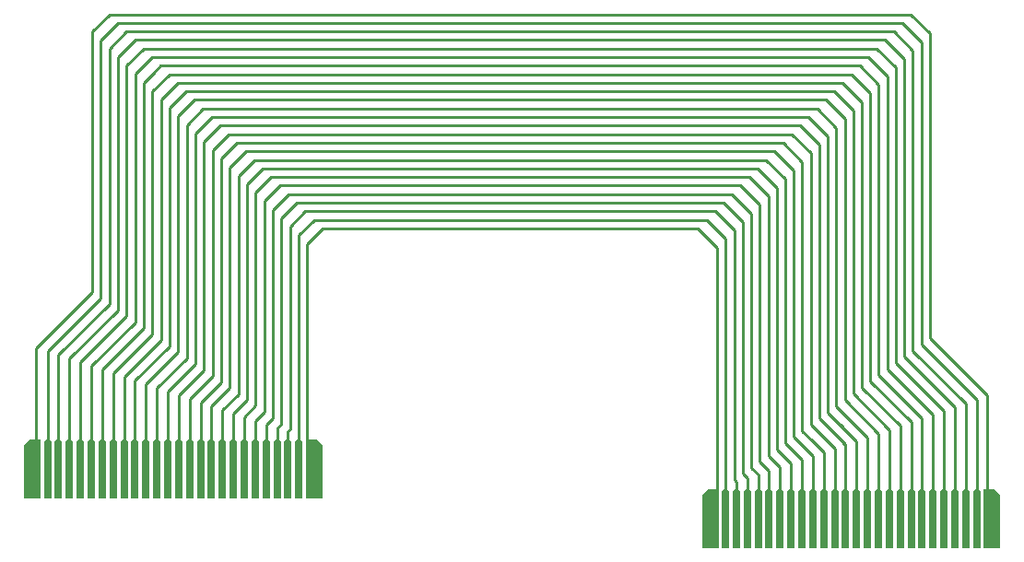
<source format=gbr>
%TF.GenerationSoftware,KiCad,Pcbnew,(6.0.0)*%
%TF.CreationDate,2023-04-02T19:11:57+10:00*%
%TF.ProjectId,cpq-fpc-flex,6370712d-6670-4632-9d66-6c65782e6b69,rev?*%
%TF.SameCoordinates,Original*%
%TF.FileFunction,Copper,L2,Bot*%
%TF.FilePolarity,Positive*%
%FSLAX46Y46*%
G04 Gerber Fmt 4.6, Leading zero omitted, Abs format (unit mm)*
G04 Created by KiCad (PCBNEW (6.0.0)) date 2023-04-02 19:11:57*
%MOMM*%
%LPD*%
G01*
G04 APERTURE LIST*
G04 Aperture macros list*
%AMOutline5P*
0 Free polygon, 5 corners , with rotation*
0 The origin of the aperture is its center*
0 number of corners: always 5*
0 $1 to $10 corner X, Y*
0 $11 Rotation angle, in degrees counterclockwise*
0 create outline with 5 corners*
4,1,5,$1,$2,$3,$4,$5,$6,$7,$8,$9,$10,$1,$2,$11*%
%AMOutline6P*
0 Free polygon, 6 corners , with rotation*
0 The origin of the aperture is its center*
0 number of corners: always 6*
0 $1 to $12 corner X, Y*
0 $13 Rotation angle, in degrees counterclockwise*
0 create outline with 6 corners*
4,1,6,$1,$2,$3,$4,$5,$6,$7,$8,$9,$10,$11,$12,$1,$2,$13*%
%AMOutline7P*
0 Free polygon, 7 corners , with rotation*
0 The origin of the aperture is its center*
0 number of corners: always 7*
0 $1 to $14 corner X, Y*
0 $15 Rotation angle, in degrees counterclockwise*
0 create outline with 7 corners*
4,1,7,$1,$2,$3,$4,$5,$6,$7,$8,$9,$10,$11,$12,$13,$14,$1,$2,$15*%
%AMOutline8P*
0 Free polygon, 8 corners , with rotation*
0 The origin of the aperture is its center*
0 number of corners: always 8*
0 $1 to $16 corner X, Y*
0 $17 Rotation angle, in degrees counterclockwise*
0 create outline with 8 corners*
4,1,8,$1,$2,$3,$4,$5,$6,$7,$8,$9,$10,$11,$12,$13,$14,$15,$16,$1,$2,$17*%
G04 Aperture macros list end*
%TA.AperFunction,SMDPad,CuDef*%
%ADD10Outline5P,-0.750000X2.150000X-0.150000X2.750000X0.750000X2.750000X0.750000X-2.750000X-0.750000X-2.750000X0.000000*%
%TD*%
%TA.AperFunction,SMDPad,CuDef*%
%ADD11Outline6P,-0.375000X2.450000X-0.075000X2.750000X0.075000X2.750000X0.375000X2.450000X0.375000X-2.750000X-0.375000X-2.750000X0.000000*%
%TD*%
%TA.AperFunction,SMDPad,CuDef*%
%ADD12Outline5P,-0.750000X2.750000X0.150000X2.750000X0.750000X2.150000X0.750000X-2.750000X-0.750000X-2.750000X0.000000*%
%TD*%
%TA.AperFunction,Conductor*%
%ADD13C,0.250000*%
%TD*%
G04 APERTURE END LIST*
D10*
%TO.P,J2,1,Pin_1*%
%TO.N,Net-(J1-Pad26)*%
X113450000Y-126825000D03*
D11*
%TO.P,J2,2,Pin_2*%
%TO.N,Net-(J1-Pad25)*%
X114829000Y-126825000D03*
%TO.P,J2,3,Pin_3*%
%TO.N,Net-(J1-Pad24)*%
X115833000Y-126825000D03*
%TO.P,J2,4,Pin_4*%
%TO.N,Net-(J1-Pad23)*%
X116837000Y-126825000D03*
%TO.P,J2,5,Pin_5*%
%TO.N,Net-(J1-Pad22)*%
X117841000Y-126825000D03*
%TO.P,J2,6,Pin_6*%
%TO.N,Net-(J1-Pad21)*%
X118845000Y-126825000D03*
%TO.P,J2,7,Pin_7*%
%TO.N,Net-(J1-Pad20)*%
X119849000Y-126825000D03*
%TO.P,J2,8,Pin_8*%
%TO.N,Net-(J1-Pad19)*%
X120853000Y-126825000D03*
%TO.P,J2,9,Pin_9*%
%TO.N,Net-(J1-Pad18)*%
X121857000Y-126825000D03*
%TO.P,J2,10,Pin_10*%
%TO.N,Net-(J1-Pad17)*%
X122861000Y-126825000D03*
%TO.P,J2,11,Pin_11*%
%TO.N,Net-(J1-Pad16)*%
X123865000Y-126825000D03*
%TO.P,J2,12,Pin_12*%
%TO.N,Net-(J1-Pad15)*%
X124869000Y-126825000D03*
%TO.P,J2,13,Pin_13*%
%TO.N,Net-(J1-Pad14)*%
X125873000Y-126825000D03*
%TO.P,J2,14,Pin_14*%
%TO.N,Net-(J1-Pad13)*%
X126877000Y-126825000D03*
%TO.P,J2,15,Pin_15*%
%TO.N,Net-(J1-Pad12)*%
X127881000Y-126825000D03*
%TO.P,J2,16,Pin_16*%
%TO.N,Net-(J1-Pad11)*%
X128885000Y-126825000D03*
%TO.P,J2,17,Pin_17*%
%TO.N,Net-(J1-Pad10)*%
X129889000Y-126825000D03*
%TO.P,J2,18,Pin_18*%
%TO.N,Net-(J1-Pad9)*%
X130893000Y-126825000D03*
%TO.P,J2,19,Pin_19*%
%TO.N,Net-(J1-Pad8)*%
X131897000Y-126825000D03*
%TO.P,J2,20,Pin_20*%
%TO.N,Net-(J1-Pad7)*%
X132901000Y-126825000D03*
%TO.P,J2,21,Pin_21*%
%TO.N,Net-(J1-Pad6)*%
X133905000Y-126825000D03*
%TO.P,J2,22,Pin_22*%
%TO.N,Net-(J1-Pad5)*%
X134909000Y-126825000D03*
%TO.P,J2,23,Pin_23*%
%TO.N,Net-(J1-Pad4)*%
X135913000Y-126825000D03*
%TO.P,J2,24,Pin_24*%
%TO.N,Net-(J1-Pad3)*%
X136917000Y-126825000D03*
%TO.P,J2,25,Pin_25*%
%TO.N,Net-(J1-Pad2)*%
X137921000Y-126825000D03*
D12*
%TO.P,J2,26,Pin_26*%
%TO.N,Net-(J1-Pad1)*%
X139300000Y-126825000D03*
%TD*%
D10*
%TO.P,J1,1,Pin_1*%
%TO.N,Net-(J1-Pad1)*%
X175713000Y-131375000D03*
D11*
%TO.P,J1,2,Pin_2*%
%TO.N,Net-(J1-Pad2)*%
X177092000Y-131375000D03*
%TO.P,J1,3,Pin_3*%
%TO.N,Net-(J1-Pad3)*%
X178096000Y-131375000D03*
%TO.P,J1,4,Pin_4*%
%TO.N,Net-(J1-Pad4)*%
X179100000Y-131375000D03*
%TO.P,J1,5,Pin_5*%
%TO.N,Net-(J1-Pad5)*%
X180104000Y-131375000D03*
%TO.P,J1,6,Pin_6*%
%TO.N,Net-(J1-Pad6)*%
X181108000Y-131375000D03*
%TO.P,J1,7,Pin_7*%
%TO.N,Net-(J1-Pad7)*%
X182112000Y-131375000D03*
%TO.P,J1,8,Pin_8*%
%TO.N,Net-(J1-Pad8)*%
X183116000Y-131375000D03*
%TO.P,J1,9,Pin_9*%
%TO.N,Net-(J1-Pad9)*%
X184120000Y-131375000D03*
%TO.P,J1,10,Pin_10*%
%TO.N,Net-(J1-Pad10)*%
X185124000Y-131375000D03*
%TO.P,J1,11,Pin_11*%
%TO.N,Net-(J1-Pad11)*%
X186128000Y-131375000D03*
%TO.P,J1,12,Pin_12*%
%TO.N,Net-(J1-Pad12)*%
X187132000Y-131375000D03*
%TO.P,J1,13,Pin_13*%
%TO.N,Net-(J1-Pad13)*%
X188136000Y-131375000D03*
%TO.P,J1,14,Pin_14*%
%TO.N,Net-(J1-Pad14)*%
X189140000Y-131375000D03*
%TO.P,J1,15,Pin_15*%
%TO.N,Net-(J1-Pad15)*%
X190144000Y-131375000D03*
%TO.P,J1,16,Pin_16*%
%TO.N,Net-(J1-Pad16)*%
X191148000Y-131375000D03*
%TO.P,J1,17,Pin_17*%
%TO.N,Net-(J1-Pad17)*%
X192152000Y-131375000D03*
%TO.P,J1,18,Pin_18*%
%TO.N,Net-(J1-Pad18)*%
X193156000Y-131375000D03*
%TO.P,J1,19,Pin_19*%
%TO.N,Net-(J1-Pad19)*%
X194160000Y-131375000D03*
%TO.P,J1,20,Pin_20*%
%TO.N,Net-(J1-Pad20)*%
X195164000Y-131375000D03*
%TO.P,J1,21,Pin_21*%
%TO.N,Net-(J1-Pad21)*%
X196168000Y-131375000D03*
%TO.P,J1,22,Pin_22*%
%TO.N,Net-(J1-Pad22)*%
X197172000Y-131375000D03*
%TO.P,J1,23,Pin_23*%
%TO.N,Net-(J1-Pad23)*%
X198176000Y-131375000D03*
%TO.P,J1,24,Pin_24*%
%TO.N,Net-(J1-Pad24)*%
X199180000Y-131375000D03*
%TO.P,J1,25,Pin_25*%
%TO.N,Net-(J1-Pad25)*%
X200184000Y-131375000D03*
D12*
%TO.P,J1,26,Pin_26*%
%TO.N,Net-(J1-Pad26)*%
X201563000Y-131375000D03*
%TD*%
D13*
%TO.N,Net-(J1-Pad1)*%
X140075000Y-104700000D02*
X138670520Y-106104480D01*
X138670520Y-126195520D02*
X139300000Y-126825000D01*
X176342480Y-106467480D02*
X174575000Y-104700000D01*
X176342480Y-130745520D02*
X176342480Y-106467480D01*
X138670520Y-106104480D02*
X138670520Y-126195520D01*
X175713000Y-131375000D02*
X176342480Y-130745520D01*
X174575000Y-104700000D02*
X140075000Y-104700000D01*
%TO.N,Net-(J1-Pad2)*%
X137880680Y-105325320D02*
X137880680Y-126825000D01*
X175357000Y-103913000D02*
X177123780Y-105679780D01*
X139293000Y-103913000D02*
X137880680Y-105325320D01*
X139293000Y-103913000D02*
X175357000Y-103913000D01*
X177123780Y-105679780D02*
X177123780Y-131375000D01*
%TO.N,Net-(J1-Pad3)*%
X177905080Y-127830080D02*
X178096000Y-128021000D01*
X137090860Y-123200000D02*
X137090860Y-104546140D01*
X138511000Y-103126000D02*
X176139000Y-103126000D01*
X136917000Y-123373860D02*
X137090860Y-123200000D01*
X177905080Y-104892080D02*
X177905080Y-127830080D01*
X176139000Y-103126000D02*
X177905080Y-104892080D01*
X178096000Y-131375000D02*
X178096000Y-128021000D01*
X136917000Y-126825000D02*
X136917000Y-123373860D01*
X137090860Y-104546140D02*
X138511000Y-103126000D01*
%TO.N,Net-(J1-Pad4)*%
X178686380Y-127263550D02*
X178686380Y-104104380D01*
X136301040Y-122682626D02*
X135913000Y-123070666D01*
X178686380Y-104104380D02*
X176921000Y-102339000D01*
X135913000Y-123070666D02*
X135913000Y-126825000D01*
X137729002Y-102339000D02*
X136301040Y-103766962D01*
X136301040Y-103766962D02*
X136301040Y-121948960D01*
X179100000Y-127677170D02*
X178686380Y-127263550D01*
X176921000Y-102339000D02*
X137729002Y-102339000D01*
X136301040Y-121948960D02*
X136301040Y-122682626D01*
X179100000Y-131375000D02*
X179100000Y-127677170D01*
%TO.N,Net-(J1-Pad5)*%
X180104000Y-127333344D02*
X180104000Y-131375000D01*
X135511220Y-102987780D02*
X136947000Y-101552000D01*
X135511220Y-122131144D02*
X135511220Y-102987780D01*
X179467680Y-126697024D02*
X180104000Y-127333344D01*
X134909000Y-126825000D02*
X134909000Y-122733364D01*
X177703000Y-101552000D02*
X179467680Y-103316680D01*
X136947000Y-101552000D02*
X177703000Y-101552000D01*
X134909000Y-122733364D02*
X135511220Y-122131144D01*
X179467680Y-103316680D02*
X179467680Y-126697024D01*
%TO.N,Net-(J1-Pad6)*%
X133905000Y-126825000D02*
X133905000Y-122396060D01*
X133905000Y-122396060D02*
X134721400Y-121579660D01*
X180248980Y-102528980D02*
X178485000Y-100765000D01*
X134721400Y-102208600D02*
X134721400Y-121579660D01*
X180571740Y-126453260D02*
X181108780Y-126990300D01*
X181108000Y-131375000D02*
X181108000Y-126989520D01*
X136165000Y-100765000D02*
X134721400Y-102208600D01*
X180571740Y-126453260D02*
X181108000Y-126989520D01*
X180248980Y-126130500D02*
X180248980Y-102528980D01*
X178485000Y-100765000D02*
X136165000Y-100765000D01*
X180571740Y-126453260D02*
X180248980Y-126130500D01*
%TO.N,Net-(J1-Pad7)*%
X133931580Y-101429420D02*
X133931580Y-121002233D01*
X182112000Y-131375000D02*
X182112000Y-126645696D01*
X181030280Y-125563976D02*
X181030280Y-101741280D01*
X135383000Y-99978000D02*
X133931580Y-101429420D01*
X132901000Y-126825000D02*
X132901000Y-122032813D01*
X179267000Y-99978000D02*
X135383000Y-99978000D01*
X181533152Y-126066848D02*
X182112000Y-126645696D01*
X132901000Y-122032813D02*
X133931580Y-121002233D01*
X181030280Y-101741280D02*
X179267000Y-99978000D01*
X181044540Y-125578235D02*
X181533152Y-126066848D01*
X181533152Y-126066848D02*
X181030280Y-125563976D01*
%TO.N,Net-(J1-Pad8)*%
X180049000Y-99191000D02*
X134601000Y-99191000D01*
X131897000Y-126825000D02*
X131897000Y-121706086D01*
X183116000Y-131375000D02*
X183116000Y-126301870D01*
X134601000Y-99191000D02*
X133141760Y-100650240D01*
X133141760Y-100650240D02*
X133141760Y-120461326D01*
X183116000Y-126301870D02*
X181811580Y-124997450D01*
X131897000Y-121706086D02*
X133141760Y-120461326D01*
X181811580Y-100953580D02*
X180049000Y-99191000D01*
X181811580Y-124997450D02*
X181811580Y-100953580D01*
%TO.N,Net-(J1-Pad9)*%
X182592880Y-124430926D02*
X182592880Y-100165880D01*
X183293477Y-125131523D02*
X183193477Y-125031523D01*
X183193477Y-125031523D02*
X182592880Y-124430926D01*
X132351940Y-99871060D02*
X132351940Y-119920419D01*
X183293477Y-125131523D02*
X184111560Y-125949605D01*
X184120000Y-131375000D02*
X184120000Y-125958046D01*
X132351940Y-119920419D02*
X132354336Y-119922815D01*
X182611560Y-124449605D02*
X183293477Y-125131523D01*
X180831000Y-98404000D02*
X133819000Y-98404000D01*
X183193477Y-125031523D02*
X184120000Y-125958046D01*
X130893000Y-121384151D02*
X132354336Y-119922815D01*
X133819000Y-98404000D02*
X132351940Y-99871060D01*
X130893000Y-126825000D02*
X130893000Y-121384151D01*
X182592880Y-100165880D02*
X180831000Y-98404000D01*
%TO.N,Net-(J1-Pad10)*%
X129889000Y-121046848D02*
X131562120Y-119373728D01*
X129889000Y-126825000D02*
X129889000Y-121046848D01*
X131562120Y-99091880D02*
X131562120Y-119373728D01*
X133037000Y-97617000D02*
X131562120Y-99091880D01*
X183374180Y-123864400D02*
X183374180Y-99378180D01*
X183374180Y-99378180D02*
X181613000Y-97617000D01*
X181613000Y-97617000D02*
X133037000Y-97617000D01*
X185124000Y-131375000D02*
X185124000Y-125614220D01*
X185124000Y-125614220D02*
X183374180Y-123864400D01*
%TO.N,Net-(J1-Pad11)*%
X185191302Y-124333698D02*
X184154820Y-123297215D01*
X184155480Y-98590480D02*
X182395000Y-96830000D01*
X128885000Y-120709544D02*
X130772300Y-118822244D01*
X185191302Y-124333698D02*
X185053802Y-124196198D01*
X130772300Y-98312700D02*
X130772300Y-118822244D01*
X132255000Y-96830000D02*
X130772300Y-98312700D01*
X184155480Y-123297876D02*
X184155480Y-98590480D01*
X186127340Y-125269735D02*
X185191302Y-124333698D01*
X185053802Y-124196198D02*
X186128000Y-125270396D01*
X185053802Y-124196198D02*
X184155480Y-123297876D01*
X186128000Y-131375000D02*
X186128000Y-125270396D01*
X182395000Y-96830000D02*
X132255000Y-96830000D01*
X128885000Y-126825000D02*
X128885000Y-120709544D01*
%TO.N,Net-(J1-Pad12)*%
X187128450Y-124923020D02*
X186115215Y-123909785D01*
X187132000Y-131375000D02*
X187132000Y-124926570D01*
X186115215Y-123909785D02*
X185727715Y-123522285D01*
X127881000Y-126825000D02*
X127881000Y-120372242D01*
X183177000Y-96043000D02*
X131473000Y-96043000D01*
X131473000Y-96043000D02*
X129982480Y-97533520D01*
X185727715Y-123522285D02*
X184936780Y-122731350D01*
X184936780Y-122731350D02*
X184936780Y-97802780D01*
X127881000Y-120372242D02*
X129982480Y-118270762D01*
X184936780Y-97802780D02*
X183177000Y-96043000D01*
X185727715Y-123522285D02*
X187132000Y-124926570D01*
X129982480Y-97533520D02*
X129982480Y-118270762D01*
%TO.N,Net-(J1-Pad13)*%
X187064127Y-123510873D02*
X186476627Y-122923373D01*
X185718080Y-97015080D02*
X183959000Y-95256000D01*
X126877000Y-120034940D02*
X129192660Y-117719280D01*
X129192660Y-96754340D02*
X129192660Y-117719280D01*
X186476627Y-122923373D02*
X185718080Y-122164826D01*
X186476627Y-122923373D02*
X188136000Y-124582746D01*
X188136000Y-131375000D02*
X188136000Y-124582746D01*
X126877000Y-126825000D02*
X126877000Y-120034940D01*
X188113600Y-124560345D02*
X187064127Y-123510873D01*
X183959000Y-95256000D02*
X130691000Y-95256000D01*
X187064127Y-123510873D02*
X185727600Y-122174345D01*
X185718080Y-122164826D02*
X185718080Y-97015080D01*
X130691000Y-95256000D02*
X129192660Y-96754340D01*
%TO.N,Net-(J1-Pad14)*%
X187188040Y-122286960D02*
X189140000Y-124238920D01*
X186499380Y-121598300D02*
X186499380Y-96227380D01*
X187675540Y-122774460D02*
X187188040Y-122286960D01*
X187188040Y-122286960D02*
X186499380Y-121598300D01*
X187675540Y-122774460D02*
X189130670Y-124229590D01*
X128402840Y-95975160D02*
X128402840Y-117167796D01*
X186499380Y-96227380D02*
X184741000Y-94469000D01*
X189140000Y-131375000D02*
X189140000Y-124238920D01*
X125873000Y-119697636D02*
X128402840Y-117167796D01*
X125873000Y-126825000D02*
X125873000Y-119697636D01*
X184741000Y-94469000D02*
X129909000Y-94469000D01*
X129909000Y-94469000D02*
X128402840Y-95975160D01*
%TO.N,Net-(J1-Pad15)*%
X124869000Y-126825000D02*
X124869000Y-119360332D01*
X131357000Y-93682000D02*
X185523000Y-93682000D01*
X131357000Y-93682000D02*
X129127000Y-93682000D01*
X190144000Y-123895096D02*
X190144000Y-131375000D01*
X129127000Y-93682000D02*
X127613020Y-95195980D01*
X127613020Y-95195980D02*
X127613020Y-116616312D01*
X187280680Y-121031776D02*
X190144000Y-123895096D01*
X131357000Y-93682000D02*
X129125000Y-93682000D01*
X185523000Y-93682000D02*
X187280680Y-95439680D01*
X124869000Y-119360332D02*
X127613020Y-116616312D01*
X187280680Y-95439680D02*
X187280680Y-121031776D01*
%TO.N,Net-(J1-Pad16)*%
X123865000Y-119023030D02*
X126823200Y-116064830D01*
X123865000Y-126825000D02*
X123865000Y-119023030D01*
X188061980Y-120465250D02*
X188061980Y-94651980D01*
X128345000Y-92895000D02*
X126823200Y-94416800D01*
X126823200Y-94416800D02*
X126823200Y-116064830D01*
X191148000Y-123551270D02*
X188061980Y-120465250D01*
X188061980Y-94651980D02*
X186305000Y-92895000D01*
X191148000Y-131375000D02*
X191148000Y-123551270D01*
X186305000Y-92895000D02*
X128345000Y-92895000D01*
%TO.N,Net-(J1-Pad17)*%
X188843280Y-93864280D02*
X187087000Y-92108000D01*
X192152000Y-131375000D02*
X192152000Y-123207444D01*
X122861000Y-126825000D02*
X122861000Y-118685726D01*
X122861000Y-118685726D02*
X126033380Y-115513346D01*
X126033380Y-93637620D02*
X126033380Y-115513346D01*
X127563000Y-92108000D02*
X126033380Y-93637620D01*
X187087000Y-92108000D02*
X127563000Y-92108000D01*
X188843280Y-119898724D02*
X188843280Y-93864280D01*
X192152000Y-123207444D02*
X188843280Y-119898724D01*
%TO.N,Net-(J1-Pad18)*%
X193156000Y-131375000D02*
X193156000Y-122863620D01*
X187869000Y-91321000D02*
X126781000Y-91321000D01*
X121857000Y-126825000D02*
X121857000Y-118348424D01*
X193156000Y-122863620D02*
X189624580Y-119332200D01*
X126781000Y-91321000D02*
X125243560Y-92858440D01*
X125243560Y-92858440D02*
X125243560Y-114961864D01*
X121857000Y-118348424D02*
X125243560Y-114961864D01*
X189624580Y-119332200D02*
X189624580Y-93076580D01*
X189624580Y-93076580D02*
X187869000Y-91321000D01*
%TO.N,Net-(J1-Pad19)*%
X190405880Y-92288880D02*
X188651000Y-90534000D01*
X125999000Y-90534000D02*
X124453740Y-92079260D01*
X190405880Y-118765674D02*
X190405880Y-92288880D01*
X120853000Y-118011122D02*
X124453740Y-114410382D01*
X124453740Y-92079260D02*
X124453740Y-114410382D01*
X194160000Y-122519794D02*
X190405880Y-118765674D01*
X194160000Y-131375000D02*
X194160000Y-122519794D01*
X120853000Y-126825000D02*
X120853000Y-118011122D01*
X188651000Y-90534000D02*
X125999000Y-90534000D01*
%TO.N,Net-(J1-Pad20)*%
X125217000Y-89747000D02*
X124557000Y-90407000D01*
X126653000Y-89747000D02*
X125217000Y-89747000D01*
X124344500Y-90619500D02*
X123663920Y-91300080D01*
X123663920Y-92738920D02*
X123663920Y-113858898D01*
X191187180Y-91500000D02*
X191187180Y-118199150D01*
X119849000Y-126825000D02*
X119849000Y-117673818D01*
X189433000Y-89747000D02*
X126653000Y-89747000D01*
X195164000Y-122175970D02*
X195164000Y-131375000D01*
X119849000Y-117673818D02*
X123663920Y-113858898D01*
X124557000Y-90407000D02*
X124344500Y-90619500D01*
X191183000Y-91497000D02*
X189433000Y-89747000D01*
X123663920Y-91300080D02*
X123663920Y-92738920D01*
X123663920Y-91300000D02*
X123663920Y-92738920D01*
X191187180Y-118199150D02*
X195164000Y-122175970D01*
%TO.N,Net-(J1-Pad21)*%
X124435000Y-88960000D02*
X190215000Y-88960000D01*
X122874100Y-90520900D02*
X124435000Y-88960000D01*
X191968480Y-90713480D02*
X191968480Y-117632626D01*
X191968480Y-117632626D02*
X196168000Y-121832146D01*
X196168000Y-121832146D02*
X196168000Y-131375000D01*
X118845000Y-117336516D02*
X122874100Y-113307416D01*
X190215000Y-88960000D02*
X191968480Y-90713480D01*
X122874100Y-113307416D02*
X122874100Y-90520900D01*
X118845000Y-126825000D02*
X118845000Y-117336516D01*
%TO.N,Net-(J1-Pad22)*%
X123653000Y-88173000D02*
X122084280Y-89741720D01*
X197172000Y-131375000D02*
X197172000Y-121488320D01*
X197172000Y-121488320D02*
X192749780Y-117066100D01*
X192749780Y-117066100D02*
X192749780Y-89925780D01*
X192749780Y-89925780D02*
X190997000Y-88173000D01*
X190997000Y-88173000D02*
X123653000Y-88173000D01*
X117841000Y-116999212D02*
X122084280Y-112755932D01*
X122084280Y-89741720D02*
X122084280Y-112755932D01*
X117841000Y-126825000D02*
X117841000Y-116999212D01*
%TO.N,Net-(J1-Pad23)*%
X191779000Y-87386000D02*
X193531080Y-89138080D01*
X193531080Y-116499576D02*
X198176000Y-121144496D01*
X121294460Y-112204448D02*
X121294460Y-88962540D01*
X193531080Y-89138080D02*
X193531080Y-116499576D01*
X116837000Y-116661908D02*
X121294460Y-112204448D01*
X198176000Y-121144496D02*
X198176000Y-131375000D01*
X121294460Y-88962540D02*
X122871000Y-87386000D01*
X122871000Y-87386000D02*
X191779000Y-87386000D01*
X116837000Y-126825000D02*
X116837000Y-116661908D01*
%TO.N,Net-(J1-Pad24)*%
X115833000Y-126825000D02*
X115833000Y-116324606D01*
X194312380Y-115933050D02*
X194312380Y-88350380D01*
X194312380Y-88350380D02*
X192561000Y-86599000D01*
X199180000Y-131375000D02*
X199180000Y-120800670D01*
X199180000Y-120800670D02*
X194312380Y-115933050D01*
X192561000Y-86599000D02*
X122089000Y-86599000D01*
X115833000Y-116324606D02*
X120504640Y-111652966D01*
X120504640Y-88183360D02*
X120504640Y-111652966D01*
X122089000Y-86599000D02*
X120504640Y-88183360D01*
%TO.N,Net-(J1-Pad25)*%
X121307002Y-85812000D02*
X193343000Y-85812000D01*
X195093680Y-115366526D02*
X200184000Y-120456846D01*
X114829000Y-115987302D02*
X119714820Y-111101482D01*
X193343000Y-85812000D02*
X195093680Y-87562680D01*
X195093680Y-87562680D02*
X195093680Y-115366526D01*
X200184000Y-120456846D02*
X200184000Y-131375000D01*
X114829000Y-126825000D02*
X114829000Y-115987302D01*
X119714820Y-111101482D02*
X119714820Y-87404182D01*
X119714820Y-87404182D02*
X121307002Y-85812000D01*
%TO.N,Net-(J1-Pad26)*%
X195875000Y-86775000D02*
X195875000Y-114800000D01*
X118925000Y-86625000D02*
X120525000Y-85025000D01*
X118925000Y-110550000D02*
X118925000Y-86625000D01*
X201100000Y-120025000D02*
X201100000Y-130950000D01*
X113800000Y-126475000D02*
X113800000Y-115675000D01*
X201525000Y-131375000D02*
X201563000Y-131375000D01*
X194125000Y-85025000D02*
X195875000Y-86775000D01*
X113450000Y-126825000D02*
X113800000Y-126475000D01*
X113850000Y-126425000D02*
X113450000Y-126825000D01*
X195874980Y-114800000D02*
X201099980Y-120025000D01*
X201100000Y-130950000D02*
X201525000Y-131375000D01*
X113800000Y-115675000D02*
X118925000Y-110550000D01*
X120525000Y-85025000D02*
X194125000Y-85025000D01*
%TD*%
M02*

</source>
